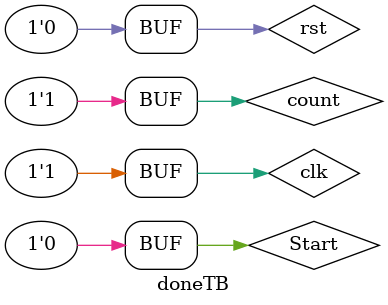
<source format=v>
module doneTB();
	reg clk=1,rst=0,count=1,Start=0;
	wire Run,Fail,Done;
	wire [1:0] Move;
	intelligent_rat rat(clk,rst,Start,Run,Fail,Done,Move);
	initial begin
		#10 rst=1;
		#50 Start=1;
			rst=0;
		#50 Start=0;
	end
	initial begin
		repeat(20000)
			#5 clk=~clk;
	end
endmodule

</source>
